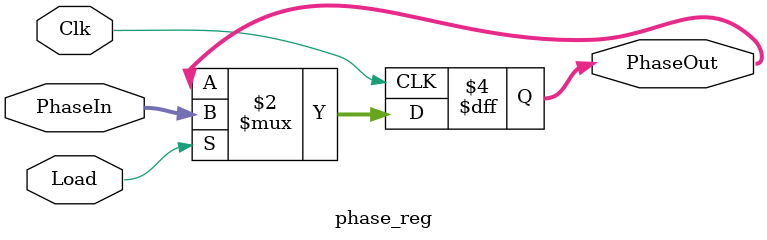
<source format=v>
module phase_reg (PhaseIn, Load, Clk,PhaseOut);
input [15:0] PhaseIn;
input Load, Clk;
output reg [15:0]PhaseOut;

always @(posedge Clk) begin
	if (Load) PhaseOut<=PhaseIn;
	end

endmodule





</source>
